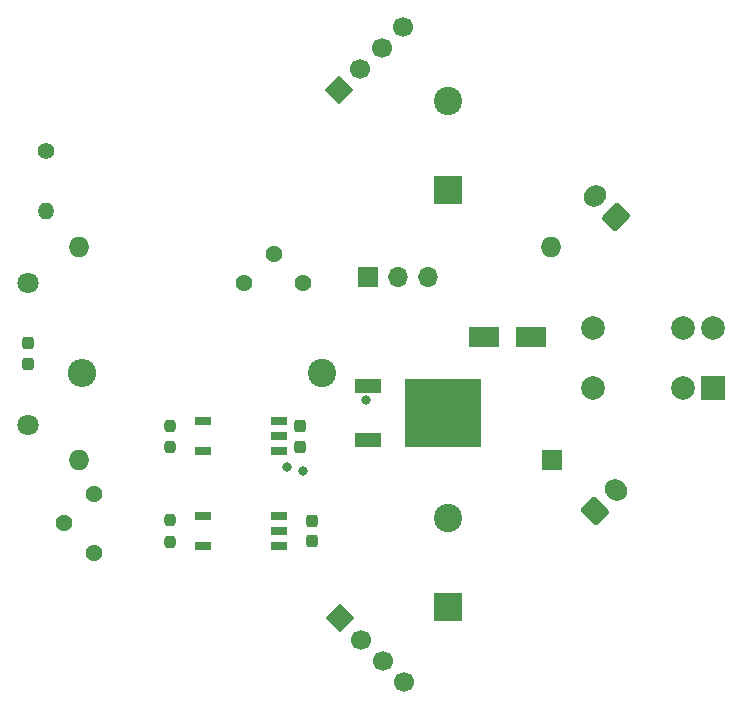
<source format=gts>
G04 #@! TF.GenerationSoftware,KiCad,Pcbnew,(6.0.11)*
G04 #@! TF.CreationDate,2023-01-31T15:57:48+09:00*
G04 #@! TF.ProjectId,kick-drib-20230121,6b69636b-2d64-4726-9962-2d3230323330,V2.0*
G04 #@! TF.SameCoordinates,PX73bce80PY7ffbac0*
G04 #@! TF.FileFunction,Soldermask,Top*
G04 #@! TF.FilePolarity,Negative*
%FSLAX46Y46*%
G04 Gerber Fmt 4.6, Leading zero omitted, Abs format (unit mm)*
G04 Created by KiCad (PCBNEW (6.0.11)) date 2023-01-31 15:57:48*
%MOMM*%
%LPD*%
G01*
G04 APERTURE LIST*
G04 Aperture macros list*
%AMRoundRect*
0 Rectangle with rounded corners*
0 $1 Rounding radius*
0 $2 $3 $4 $5 $6 $7 $8 $9 X,Y pos of 4 corners*
0 Add a 4 corners polygon primitive as box body*
4,1,4,$2,$3,$4,$5,$6,$7,$8,$9,$2,$3,0*
0 Add four circle primitives for the rounded corners*
1,1,$1+$1,$2,$3*
1,1,$1+$1,$4,$5*
1,1,$1+$1,$6,$7*
1,1,$1+$1,$8,$9*
0 Add four rect primitives between the rounded corners*
20,1,$1+$1,$2,$3,$4,$5,0*
20,1,$1+$1,$4,$5,$6,$7,0*
20,1,$1+$1,$6,$7,$8,$9,0*
20,1,$1+$1,$8,$9,$2,$3,0*%
%AMHorizOval*
0 Thick line with rounded ends*
0 $1 width*
0 $2 $3 position (X,Y) of the first rounded end (center of the circle)*
0 $4 $5 position (X,Y) of the second rounded end (center of the circle)*
0 Add line between two ends*
20,1,$1,$2,$3,$4,$5,0*
0 Add two circle primitives to create the rounded ends*
1,1,$1,$2,$3*
1,1,$1,$4,$5*%
%AMRotRect*
0 Rectangle, with rotation*
0 The origin of the aperture is its center*
0 $1 length*
0 $2 width*
0 $3 Rotation angle, in degrees counterclockwise*
0 Add horizontal line*
21,1,$1,$2,0,0,$3*%
G04 Aperture macros list end*
%ADD10R,1.400000X0.800000*%
%ADD11RoundRect,0.237500X-0.237500X0.300000X-0.237500X-0.300000X0.237500X-0.300000X0.237500X0.300000X0*%
%ADD12RoundRect,0.250000X0.954594X0.106066X0.106066X0.954594X-0.954594X-0.106066X-0.106066X-0.954594X0*%
%ADD13HorizOval,1.700000X0.106066X0.106066X-0.106066X-0.106066X0*%
%ADD14RotRect,1.700000X1.700000X135.000000*%
%ADD15HorizOval,1.700000X0.000000X0.000000X0.000000X0.000000X0*%
%ADD16C,1.800000*%
%ADD17C,1.431000*%
%ADD18RoundRect,0.237500X-0.237500X0.250000X-0.237500X-0.250000X0.237500X-0.250000X0.237500X0.250000X0*%
%ADD19RoundRect,0.250000X0.106066X-0.954594X0.954594X-0.106066X-0.106066X0.954594X-0.954594X0.106066X0*%
%ADD20HorizOval,1.700000X-0.106066X0.106066X0.106066X-0.106066X0*%
%ADD21C,2.400000*%
%ADD22O,2.400000X2.400000*%
%ADD23RotRect,1.700000X1.700000X45.000000*%
%ADD24HorizOval,1.700000X0.000000X0.000000X0.000000X0.000000X0*%
%ADD25C,1.400000*%
%ADD26O,1.400000X1.400000*%
%ADD27R,2.500000X1.800000*%
%ADD28R,2.200000X1.200000*%
%ADD29R,6.400000X5.800000*%
%ADD30RoundRect,0.237500X-0.237500X0.287500X-0.237500X-0.287500X0.237500X-0.287500X0.237500X0.287500X0*%
%ADD31R,2.400000X2.400000*%
%ADD32R,1.727200X1.727200*%
%ADD33O,1.727200X1.727200*%
%ADD34R,2.000000X2.000000*%
%ADD35C,2.000000*%
%ADD36R,1.700000X1.700000*%
%ADD37O,1.700000X1.700000*%
%ADD38C,0.800000*%
G04 APERTURE END LIST*
D10*
X23442000Y34002200D03*
X23442000Y31462200D03*
X29942000Y31462200D03*
X29942000Y32732200D03*
X29942000Y34002200D03*
D11*
X32692000Y25594700D03*
X32692000Y23869700D03*
D12*
X58420000Y51308000D03*
D13*
X56652233Y53075767D03*
D14*
X35005000Y62045200D03*
D15*
X36801051Y63841251D03*
X38597102Y65637302D03*
X40393154Y67433354D03*
D16*
X8692000Y33732200D03*
X8692000Y45732200D03*
D17*
X14224000Y27900000D03*
X11684000Y25400000D03*
X14224000Y22900000D03*
D18*
X20692000Y33644700D03*
X20692000Y31819700D03*
X20692000Y25644700D03*
X20692000Y23819700D03*
D11*
X31692000Y33594700D03*
X31692000Y31869700D03*
D10*
X23442000Y26002200D03*
X23442000Y23462200D03*
X29942000Y23462200D03*
X29942000Y24732200D03*
X29942000Y26002200D03*
D17*
X26964000Y45720000D03*
X29464000Y48220000D03*
X31964000Y45720000D03*
D19*
X56656900Y26411300D03*
D20*
X58424667Y28179067D03*
D21*
X33528000Y38100000D03*
D22*
X13208000Y38100000D03*
D23*
X35099900Y17324300D03*
D24*
X36895951Y15528249D03*
X38692002Y13732198D03*
X40488054Y11936146D03*
D25*
X10160000Y56896000D03*
D26*
X10160000Y51816000D03*
D27*
X51276000Y41148000D03*
X47276000Y41148000D03*
D28*
X37492000Y37012200D03*
D29*
X43792000Y34732200D03*
D28*
X37492000Y32452200D03*
D30*
X8692000Y40607200D03*
X8692000Y38857200D03*
D31*
X44196000Y18288000D03*
D21*
X44196000Y25788000D03*
D32*
X53020000Y30732200D03*
D33*
X52980000Y48732200D03*
X13020000Y30732200D03*
X13020000Y48732200D03*
D34*
X66679500Y36833000D03*
D35*
X64139500Y36833000D03*
X56519500Y36833000D03*
X56519500Y41913000D03*
X64139500Y41913000D03*
X66679500Y41913000D03*
D31*
X44196000Y53594000D03*
D21*
X44196000Y61094000D03*
D36*
X37440000Y46232200D03*
D37*
X39980000Y46232200D03*
X42520000Y46232200D03*
D38*
X30620700Y30145200D03*
X37297500Y35803000D03*
X31958500Y29838500D03*
M02*

</source>
